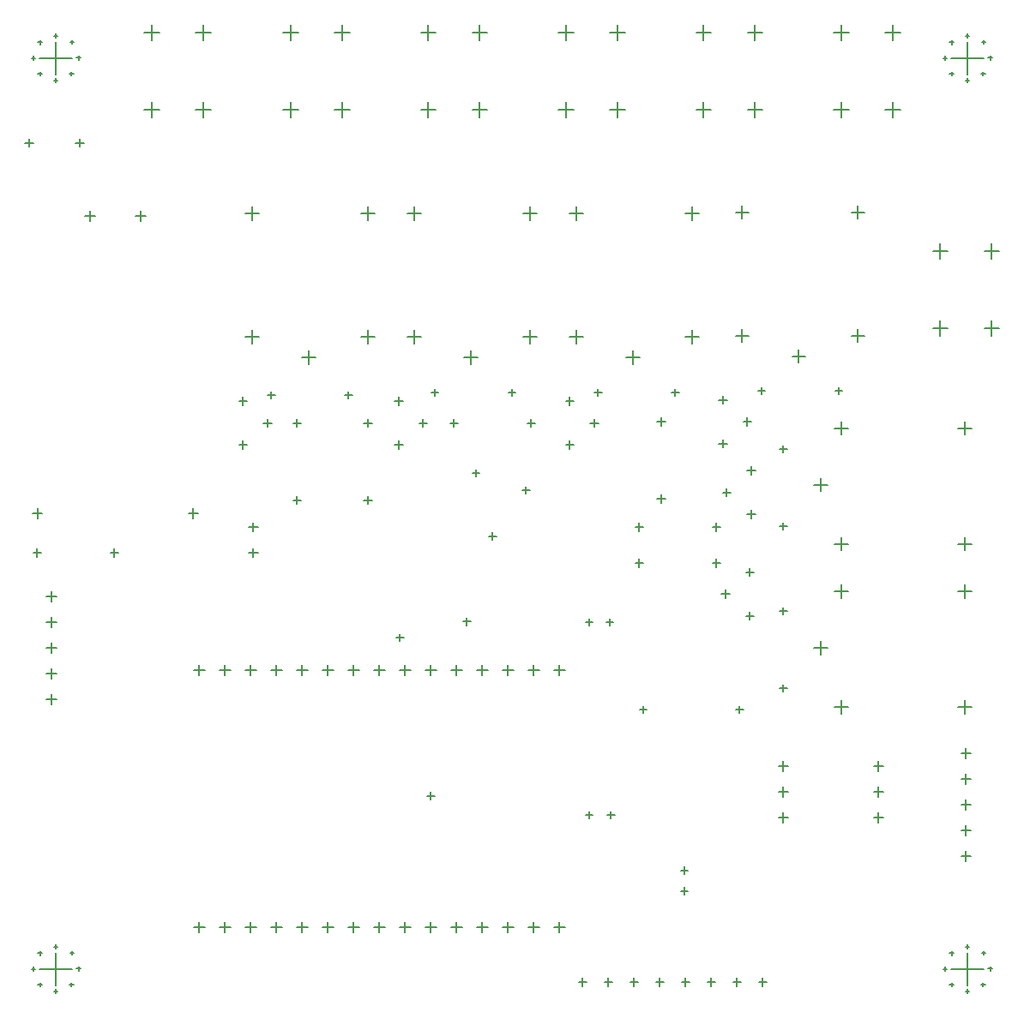
<source format=gbr>
G04*
G04 #@! TF.GenerationSoftware,Altium Limited,Altium Designer,24.3.1 (35)*
G04*
G04 Layer_Color=128*
%FSLAX25Y25*%
%MOIN*%
G70*
G04*
G04 #@! TF.SameCoordinates,46AF65BB-AA63-4F94-AAD3-FE113F2D5473*
G04*
G04*
G04 #@! TF.FilePolarity,Positive*
G04*
G01*
G75*
%ADD13C,0.00500*%
D13*
X213492Y136000D02*
X217508D01*
X215500Y133992D02*
Y138008D01*
X203492Y136000D02*
X207508D01*
X205500Y133992D02*
Y138008D01*
X193492Y136000D02*
X197508D01*
X195500Y133992D02*
Y138008D01*
X183492Y136000D02*
X187508D01*
X185500Y133992D02*
Y138008D01*
X173492Y136000D02*
X177508D01*
X175500Y133992D02*
Y138008D01*
X163492Y136000D02*
X167508D01*
X165500Y133992D02*
Y138008D01*
X153492Y136000D02*
X157508D01*
X155500Y133992D02*
Y138008D01*
X143492Y136000D02*
X147508D01*
X145500Y133992D02*
Y138008D01*
X133492Y136000D02*
X137508D01*
X135500Y133992D02*
Y138008D01*
X123492Y136000D02*
X127508D01*
X125500Y133992D02*
Y138008D01*
X113492Y136000D02*
X117508D01*
X115500Y133992D02*
Y138008D01*
X103492Y136000D02*
X107508D01*
X105500Y133992D02*
Y138008D01*
X93492Y136000D02*
X97508D01*
X95500Y133992D02*
Y138008D01*
X83492Y136000D02*
X87508D01*
X85500Y133992D02*
Y138008D01*
X73492Y136000D02*
X77508D01*
X75500Y133992D02*
Y138008D01*
X213492Y36000D02*
X217508D01*
X215500Y33992D02*
Y38008D01*
X203492Y36000D02*
X207508D01*
X205500Y33992D02*
Y38008D01*
X193492Y36000D02*
X197508D01*
X195500Y33992D02*
Y38008D01*
X183492Y36000D02*
X187508D01*
X185500Y33992D02*
Y38008D01*
X173492Y36000D02*
X177508D01*
X175500Y33992D02*
Y38008D01*
X163492Y36000D02*
X167508D01*
X165500Y33992D02*
Y38008D01*
X153492Y36000D02*
X157508D01*
X155500Y33992D02*
Y38008D01*
X143492Y36000D02*
X147508D01*
X145500Y33992D02*
Y38008D01*
X133492Y36000D02*
X137508D01*
X135500Y33992D02*
Y38008D01*
X123492Y36000D02*
X127508D01*
X125500Y33992D02*
Y38008D01*
X113492Y36000D02*
X117508D01*
X115500Y33992D02*
Y38008D01*
X103492Y36000D02*
X107508D01*
X105500Y33992D02*
Y38008D01*
X93492Y36000D02*
X97508D01*
X95500Y33992D02*
Y38008D01*
X83492Y36000D02*
X87508D01*
X85500Y33992D02*
Y38008D01*
X73492Y36000D02*
X77508D01*
X75500Y33992D02*
Y38008D01*
X287925Y174000D02*
X291075D01*
X289500Y172425D02*
Y175575D01*
X278425Y165500D02*
X281575D01*
X280000Y163925D02*
Y167075D01*
X287925Y157000D02*
X291075D01*
X289500Y155425D02*
Y158575D01*
X380547Y299000D02*
X386453D01*
X383500Y296047D02*
Y301953D01*
X380547Y269000D02*
X386453D01*
X383500Y266047D02*
Y271953D01*
X360547Y299000D02*
X366453D01*
X363500Y296047D02*
Y301953D01*
X360547Y269000D02*
X366453D01*
X363500Y266047D02*
Y271953D01*
X301122Y159000D02*
X303878D01*
X302500Y157622D02*
Y160378D01*
X301122Y129000D02*
X303878D01*
X302500Y127622D02*
Y130378D01*
X322400Y166500D02*
X327600D01*
X325000Y163900D02*
Y169100D01*
X322400Y121500D02*
X327600D01*
X325000Y118900D02*
Y124100D01*
X314400Y144500D02*
X319600D01*
X317000Y141900D02*
Y147100D01*
X370400Y166500D02*
X375600D01*
X373000Y163900D02*
Y169100D01*
X370400Y121500D02*
X375600D01*
X373000Y118900D02*
Y124100D01*
X274925Y177500D02*
X278075D01*
X276500Y175925D02*
Y179075D01*
X244925Y177500D02*
X248075D01*
X246500Y175925D02*
Y179075D01*
X94728Y181500D02*
X98272D01*
X96500Y179728D02*
Y183272D01*
X94728Y191500D02*
X98272D01*
X96500Y189728D02*
Y193272D01*
X90925Y240500D02*
X94075D01*
X92500Y238925D02*
Y242075D01*
X100425Y232000D02*
X103575D01*
X102000Y230425D02*
Y233575D01*
X90925Y223500D02*
X94075D01*
X92500Y221925D02*
Y225075D01*
X132122Y243000D02*
X134878D01*
X133500Y241622D02*
Y244378D01*
X102122Y243000D02*
X104878D01*
X103500Y241622D02*
Y244378D01*
X111925Y202000D02*
X115075D01*
X113500Y200425D02*
Y203575D01*
X111925Y232000D02*
X115075D01*
X113500Y230425D02*
Y233575D01*
X151425Y240500D02*
X154575D01*
X153000Y238925D02*
Y242075D01*
X160925Y232000D02*
X164075D01*
X162500Y230425D02*
Y233575D01*
X151425Y223500D02*
X154575D01*
X153000Y221925D02*
Y225075D01*
X139425Y202000D02*
X142575D01*
X141000Y200425D02*
Y203575D01*
X139425Y232000D02*
X142575D01*
X141000Y230425D02*
Y233575D01*
X195622Y244000D02*
X198378D01*
X197000Y242622D02*
Y245378D01*
X165622Y244000D02*
X168378D01*
X167000Y242622D02*
Y245378D01*
X172925Y232000D02*
X176075D01*
X174500Y230425D02*
Y233575D01*
X202925Y232000D02*
X206075D01*
X204500Y230425D02*
Y233575D01*
X217925Y240500D02*
X221075D01*
X219500Y238925D02*
Y242075D01*
X227425Y232000D02*
X230575D01*
X229000Y230425D02*
Y233575D01*
X217925Y223500D02*
X221075D01*
X219500Y221925D02*
Y225075D01*
X259122Y244000D02*
X261878D01*
X260500Y242622D02*
Y245378D01*
X229122Y244000D02*
X231878D01*
X230500Y242622D02*
Y245378D01*
X253425Y202500D02*
X256575D01*
X255000Y200925D02*
Y204075D01*
X253425Y232500D02*
X256575D01*
X255000Y230925D02*
Y234075D01*
X277425Y241000D02*
X280575D01*
X279000Y239425D02*
Y242575D01*
X286925Y232500D02*
X290075D01*
X288500Y230925D02*
Y234075D01*
X277425Y224000D02*
X280575D01*
X279000Y222425D02*
Y225575D01*
X322622Y244500D02*
X325378D01*
X324000Y243122D02*
Y245878D01*
X292622Y244500D02*
X295378D01*
X294000Y243122D02*
Y245878D01*
X244925Y191500D02*
X248075D01*
X246500Y189925D02*
Y193075D01*
X274925Y191500D02*
X278075D01*
X276500Y189925D02*
Y193075D01*
X301122Y192000D02*
X303878D01*
X302500Y190622D02*
Y193378D01*
X301122Y222000D02*
X303878D01*
X302500Y220622D02*
Y223378D01*
X288425Y196500D02*
X291575D01*
X290000Y194925D02*
Y198075D01*
X278925Y205000D02*
X282075D01*
X280500Y203425D02*
Y206575D01*
X288425Y213500D02*
X291575D01*
X290000Y211925D02*
Y215075D01*
X370400Y185000D02*
X375600D01*
X373000Y182400D02*
Y187600D01*
X370400Y230000D02*
X375600D01*
X373000Y227400D02*
Y232600D01*
X314400Y208000D02*
X319600D01*
X317000Y205400D02*
Y210600D01*
X322400Y185000D02*
X327600D01*
X325000Y182400D02*
Y187600D01*
X322400Y230000D02*
X327600D01*
X325000Y227400D02*
Y232600D01*
X371532Y73500D02*
X375468D01*
X373500Y71531D02*
Y75468D01*
X371532Y63500D02*
X375468D01*
X373500Y61532D02*
Y65469D01*
X371532Y83500D02*
X375468D01*
X373500Y81532D02*
Y85469D01*
X371532Y93500D02*
X375468D01*
X373500Y91531D02*
Y95468D01*
X371532Y103500D02*
X375468D01*
X373500Y101532D02*
Y105468D01*
X337531Y78500D02*
X341469D01*
X339500Y76531D02*
Y80468D01*
X337531Y88500D02*
X341469D01*
X339500Y86532D02*
Y90469D01*
X337531Y98500D02*
X341469D01*
X339500Y96531D02*
Y100469D01*
X300532Y78500D02*
X304468D01*
X302500Y76531D02*
Y80468D01*
X300532Y88500D02*
X304468D01*
X302500Y86532D02*
Y90469D01*
X300532Y98500D02*
X304468D01*
X302500Y96531D02*
Y100469D01*
X262900Y14500D02*
X266100D01*
X264500Y12900D02*
Y16100D01*
X222900Y14500D02*
X226100D01*
X224500Y12900D02*
Y16100D01*
X232900Y14500D02*
X236100D01*
X234500Y12900D02*
Y16100D01*
X242900Y14500D02*
X246100D01*
X244500Y12900D02*
Y16100D01*
X252900Y14500D02*
X256100D01*
X254500Y12900D02*
Y16100D01*
X282900Y14500D02*
X286100D01*
X284500Y12900D02*
Y16100D01*
X272900Y14500D02*
X276100D01*
X274500Y12900D02*
Y16100D01*
X292900Y14500D02*
X296100D01*
X294500Y12900D02*
Y16100D01*
X16032Y154500D02*
X19969D01*
X18000Y152532D02*
Y156468D01*
X16032Y164500D02*
X19969D01*
X18000Y162531D02*
Y166469D01*
X16032Y144500D02*
X19969D01*
X18000Y142532D02*
Y146468D01*
X16032Y134500D02*
X19969D01*
X18000Y132531D02*
Y136469D01*
X16032Y124500D02*
X19969D01*
X18000Y122531D02*
Y126469D01*
X138400Y313500D02*
X143600D01*
X141000Y310900D02*
Y316100D01*
X93400Y313500D02*
X98600D01*
X96000Y310900D02*
Y316100D01*
X115400Y257500D02*
X120600D01*
X118000Y254900D02*
Y260100D01*
X138400Y265500D02*
X143600D01*
X141000Y262900D02*
Y268100D01*
X93400Y265500D02*
X98600D01*
X96000Y262900D02*
Y268100D01*
X201400Y313500D02*
X206600D01*
X204000Y310900D02*
Y316100D01*
X156400Y313500D02*
X161600D01*
X159000Y310900D02*
Y316100D01*
X178400Y257500D02*
X183600D01*
X181000Y254900D02*
Y260100D01*
X201400Y265500D02*
X206600D01*
X204000Y262900D02*
Y268100D01*
X156400Y265500D02*
X161600D01*
X159000Y262900D02*
Y268100D01*
X264400Y313500D02*
X269600D01*
X267000Y310900D02*
Y316100D01*
X219400Y313500D02*
X224600D01*
X222000Y310900D02*
Y316100D01*
X241400Y257500D02*
X246600D01*
X244000Y254900D02*
Y260100D01*
X264400Y265500D02*
X269600D01*
X267000Y262900D02*
Y268100D01*
X219400Y265500D02*
X224600D01*
X222000Y262900D02*
Y268100D01*
X328900Y314000D02*
X334100D01*
X331500Y311400D02*
Y316600D01*
X283900Y314000D02*
X289100D01*
X286500Y311400D02*
Y316600D01*
X305900Y258000D02*
X311100D01*
X308500Y255400D02*
Y260600D01*
X328900Y266000D02*
X334100D01*
X331500Y263400D02*
Y268600D01*
X283900Y266000D02*
X289100D01*
X286500Y263400D02*
Y268600D01*
X10559Y196752D02*
X14496D01*
X12528Y194783D02*
Y198721D01*
X71189Y196752D02*
X75126D01*
X73157Y194783D02*
Y198721D01*
X31032Y312500D02*
X34969D01*
X33000Y310531D02*
Y314469D01*
X50717Y312500D02*
X54654D01*
X52685Y310531D02*
Y314469D01*
X10925Y181500D02*
X14075D01*
X12500Y179925D02*
Y183075D01*
X40925Y181500D02*
X44075D01*
X42500Y179925D02*
Y183075D01*
X7740Y341000D02*
X10890D01*
X9315Y339425D02*
Y342575D01*
X27425Y341000D02*
X30575D01*
X29000Y339425D02*
Y342575D01*
X74047Y384000D02*
X79953D01*
X77000Y381047D02*
Y386953D01*
X74047Y354000D02*
X79953D01*
X77000Y351047D02*
Y356953D01*
X54047Y384000D02*
X59953D01*
X57000Y381047D02*
Y386953D01*
X54047Y354000D02*
X59953D01*
X57000Y351047D02*
Y356953D01*
X128047Y384000D02*
X133953D01*
X131000Y381047D02*
Y386953D01*
X128047Y354000D02*
X133953D01*
X131000Y351047D02*
Y356953D01*
X108047Y384000D02*
X113953D01*
X111000Y381047D02*
Y386953D01*
X108047Y354000D02*
X113953D01*
X111000Y351047D02*
Y356953D01*
X181547Y384000D02*
X187453D01*
X184500Y381047D02*
Y386953D01*
X181547Y354000D02*
X187453D01*
X184500Y351047D02*
Y356953D01*
X161547Y384000D02*
X167453D01*
X164500Y381047D02*
Y386953D01*
X161547Y354000D02*
X167453D01*
X164500Y351047D02*
Y356953D01*
X235047Y384000D02*
X240953D01*
X238000Y381047D02*
Y386953D01*
X235047Y354000D02*
X240953D01*
X238000Y351047D02*
Y356953D01*
X215047Y384000D02*
X220953D01*
X218000Y381047D02*
Y386953D01*
X215047Y354000D02*
X220953D01*
X218000Y351047D02*
Y356953D01*
X288547Y384000D02*
X294453D01*
X291500Y381047D02*
Y386953D01*
X288547Y354000D02*
X294453D01*
X291500Y351047D02*
Y356953D01*
X268547Y384000D02*
X274453D01*
X271500Y381047D02*
Y386953D01*
X268547Y354000D02*
X274453D01*
X271500Y351047D02*
Y356953D01*
X342047Y384000D02*
X347953D01*
X345000Y381047D02*
Y386953D01*
X342047Y354000D02*
X347953D01*
X345000Y351047D02*
Y356953D01*
X322047Y384000D02*
X327953D01*
X325000Y381047D02*
Y386953D01*
X322047Y354000D02*
X327953D01*
X325000Y351047D02*
Y356953D01*
X13386Y19685D02*
X25984D01*
X19685Y13386D02*
Y25984D01*
X13386Y374016D02*
X25984D01*
X19685Y367717D02*
Y380315D01*
X367717Y374016D02*
X380315D01*
X374016Y367717D02*
Y380315D01*
X367717Y19685D02*
X380315D01*
X374016Y13386D02*
Y25984D01*
X164100Y87000D02*
X166900D01*
X165500Y85600D02*
Y88400D01*
X262600Y58000D02*
X265400D01*
X264000Y56600D02*
Y59400D01*
X262600Y50000D02*
X265400D01*
X264000Y48600D02*
Y51400D01*
X284100Y120500D02*
X286900D01*
X285500Y119100D02*
Y121900D01*
X246600Y120500D02*
X249400D01*
X248000Y119100D02*
Y121900D01*
X234100Y79500D02*
X236900D01*
X235500Y78100D02*
Y80900D01*
X225600Y79500D02*
X228400D01*
X227000Y78100D02*
Y80900D01*
X233600Y154500D02*
X236400D01*
X235000Y153100D02*
Y155900D01*
X225600Y154500D02*
X228400D01*
X227000Y153100D02*
Y155900D01*
X188100Y188000D02*
X190900D01*
X189500Y186600D02*
Y189400D01*
X181600Y212500D02*
X184400D01*
X183000Y211100D02*
Y213900D01*
X152100Y148500D02*
X154900D01*
X153500Y147100D02*
Y149900D01*
X178100Y154750D02*
X180900D01*
X179500Y153350D02*
Y156150D01*
X201100Y205800D02*
X203900D01*
X202500Y204400D02*
Y207200D01*
X25022Y13560D02*
X26597D01*
X25810Y12773D02*
Y14348D01*
X12773Y13560D02*
X14348D01*
X13560Y12773D02*
Y14348D01*
X10236Y19685D02*
X11811D01*
X11024Y18898D02*
Y20472D01*
X12773Y25810D02*
X14348D01*
X13560Y25022D02*
Y26597D01*
X25219Y25908D02*
X26794D01*
X26006Y25121D02*
Y26695D01*
X27756Y19783D02*
X29331D01*
X28543Y18996D02*
Y20571D01*
X18898Y11024D02*
X20472D01*
X19685Y10236D02*
Y11811D01*
X18898Y28346D02*
X20472D01*
X19685Y27559D02*
Y29134D01*
X25022Y367891D02*
X26597D01*
X25810Y367104D02*
Y368679D01*
X12773Y367891D02*
X14348D01*
X13560Y367104D02*
Y368679D01*
X10236Y374016D02*
X11811D01*
X11024Y373228D02*
Y374803D01*
X12773Y380140D02*
X14348D01*
X13560Y379353D02*
Y380928D01*
X25219Y380239D02*
X26794D01*
X26006Y379451D02*
Y381026D01*
X27756Y374114D02*
X29331D01*
X28543Y373327D02*
Y374902D01*
X18898Y365354D02*
X20472D01*
X19685Y364567D02*
Y366142D01*
X18898Y382677D02*
X20472D01*
X19685Y381890D02*
Y383465D01*
X379353Y367891D02*
X380928D01*
X380140Y367104D02*
Y368679D01*
X367104Y367891D02*
X368679D01*
X367891Y367104D02*
Y368679D01*
X364567Y374016D02*
X366142D01*
X365354Y373228D02*
Y374803D01*
X367104Y380140D02*
X368679D01*
X367891Y379353D02*
Y380928D01*
X379550Y380239D02*
X381125D01*
X380337Y379451D02*
Y381026D01*
X382087Y374114D02*
X383661D01*
X382874Y373327D02*
Y374902D01*
X373228Y365354D02*
X374803D01*
X374016Y364567D02*
Y366142D01*
X373228Y382677D02*
X374803D01*
X374016Y381890D02*
Y383465D01*
X379353Y13560D02*
X380928D01*
X380140Y12773D02*
Y14348D01*
X367104Y13560D02*
X368679D01*
X367891Y12773D02*
Y14348D01*
X364567Y19685D02*
X366142D01*
X365354Y18898D02*
Y20472D01*
X367104Y25810D02*
X368679D01*
X367891Y25022D02*
Y26597D01*
X379550Y25908D02*
X381125D01*
X380337Y25121D02*
Y26695D01*
X382087Y19783D02*
X383661D01*
X382874Y18996D02*
Y20571D01*
X373228Y11024D02*
X374803D01*
X374016Y10236D02*
Y11811D01*
X373228Y28346D02*
X374803D01*
X374016Y27559D02*
Y29134D01*
M02*

</source>
